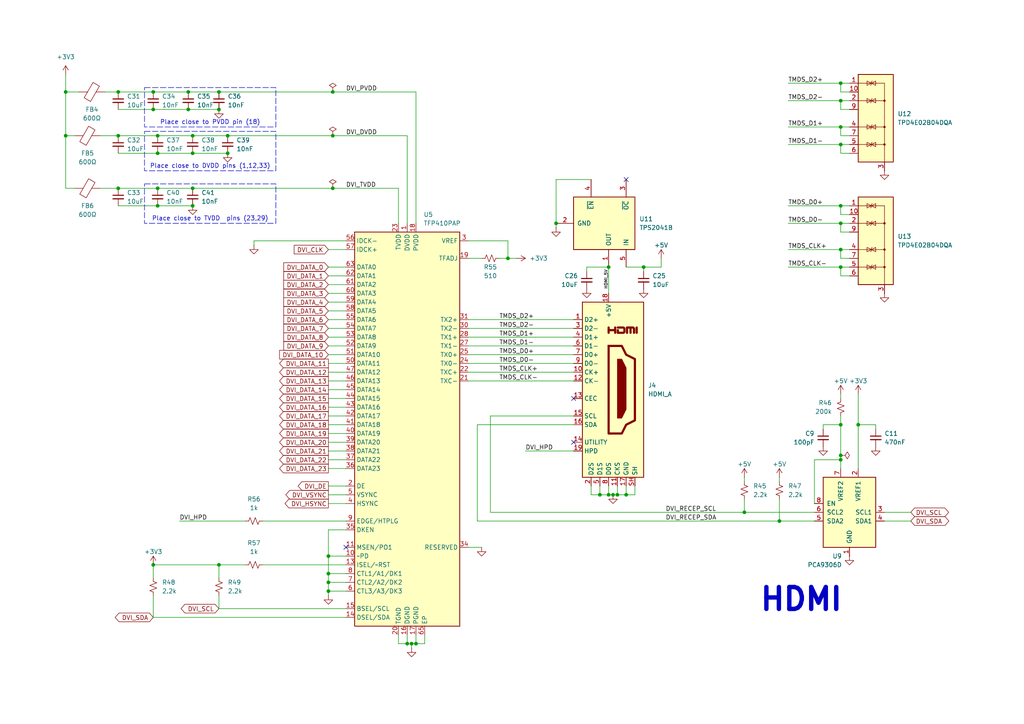
<source format=kicad_sch>
(kicad_sch (version 20231120) (generator "eeschema") (generator_version "8.0")
  (paper "A4")
  (junction (at 34.29 54.61))
  (junction (at 95.25 168.91))
  (junction (at 55.88 59.69))
  (junction (at 243.84 77.47))
  (junction (at 63.5 163.83))
  (junction (at 19.05 39.37))
  (junction (at 176.53 77.47))
  (junction (at 95.25 161.29))
  (junction (at 118.11 186.69))
  (junction (at 45.72 39.37))
  (junction (at 215.9 148.59))
  (junction (at 44.45 26.67))
  (junction (at 63.5 31.75))
  (junction (at 44.45 163.83))
  (junction (at 243.84 64.77))
  (junction (at 96.52 54.61))
  (junction (at 243.84 24.13))
  (junction (at 45.72 54.61))
  (junction (at 55.88 44.45))
  (junction (at 243.84 41.91))
  (junction (at 66.04 39.37))
  (junction (at 96.52 26.67))
  (junction (at 45.72 59.69))
  (junction (at 95.25 171.45))
  (junction (at 243.84 123.19))
  (junction (at 243.84 72.39))
  (junction (at 54.61 31.75))
  (junction (at 161.29 64.77))
  (junction (at 243.84 36.83))
  (junction (at 179.07 143.51))
  (junction (at 19.05 26.67))
  (junction (at 186.69 77.47))
  (junction (at 243.84 59.69))
  (junction (at 55.88 39.37))
  (junction (at 96.52 39.37))
  (junction (at 181.61 143.51))
  (junction (at 95.25 166.37))
  (junction (at 226.06 151.13))
  (junction (at 66.04 44.45))
  (junction (at 34.29 26.67))
  (junction (at 147.32 74.93))
  (junction (at 63.5 26.67))
  (junction (at 243.84 133.35))
  (junction (at 55.88 54.61))
  (junction (at 44.45 31.75))
  (junction (at 176.53 143.51))
  (junction (at 45.72 44.45))
  (junction (at 120.65 186.69))
  (junction (at 177.8 143.51))
  (junction (at 173.99 143.51))
  (junction (at 54.61 26.67))
  (junction (at 243.84 29.21))
  (junction (at 119.38 186.69))
  (junction (at 243.84 132.08))
  (junction (at 248.92 123.19))
  (junction (at 34.29 39.37))
  (no_connect (at 181.61 52.07))
  (no_connect (at 100.33 158.75))
  (no_connect (at 166.37 115.57))
  (no_connect (at 166.37 128.27))
  (wire (pts (xy 191.77 77.47) (xy 186.69 77.47)))
  (wire (pts (xy 170.18 77.47) (xy 176.53 77.47)))
  (wire (pts (xy 52.07 151.13) (xy 71.12 151.13)))
  (wire (pts (xy 63.5 167.64) (xy 63.5 163.83)))
  (wire (pts (xy 179.07 140.97) (xy 179.07 143.51)))
  (wire (pts (xy 135.89 100.33) (xy 166.37 100.33)))
  (wire (pts (xy 243.84 44.45) (xy 246.38 44.45)))
  (wire (pts (xy 96.52 26.67) (xy 120.65 26.67)))
  (wire (pts (xy 138.43 123.19) (xy 138.43 151.13)))
  (wire (pts (xy 228.6 41.91) (xy 243.84 41.91)))
  (wire (pts (xy 45.72 44.45) (xy 55.88 44.45)))
  (wire (pts (xy 228.6 29.21) (xy 243.84 29.21)))
  (wire (pts (xy 29.21 54.61) (xy 34.29 54.61)))
  (wire (pts (xy 147.32 74.93) (xy 144.78 74.93)))
  (wire (pts (xy 135.89 97.79) (xy 166.37 97.79)))
  (wire (pts (xy 119.38 186.69) (xy 120.65 186.69)))
  (wire (pts (xy 246.38 26.67) (xy 243.84 26.67)))
  (wire (pts (xy 118.11 39.37) (xy 118.11 64.77)))
  (wire (pts (xy 243.84 41.91) (xy 246.38 41.91)))
  (wire (pts (xy 236.22 146.05) (xy 236.22 133.35)))
  (wire (pts (xy 95.25 110.49) (xy 100.33 110.49)))
  (wire (pts (xy 186.69 77.47) (xy 181.61 77.47)))
  (wire (pts (xy 215.9 144.78) (xy 215.9 148.59)))
  (wire (pts (xy 95.25 171.45) (xy 95.25 168.91)))
  (wire (pts (xy 181.61 143.51) (xy 179.07 143.51)))
  (wire (pts (xy 149.86 74.93) (xy 147.32 74.93)))
  (wire (pts (xy 191.77 74.93) (xy 191.77 77.47)))
  (wire (pts (xy 135.89 107.95) (xy 166.37 107.95)))
  (wire (pts (xy 243.84 123.19) (xy 243.84 132.08)))
  (wire (pts (xy 95.25 153.67) (xy 95.25 161.29)))
  (wire (pts (xy 118.11 186.69) (xy 119.38 186.69)))
  (wire (pts (xy 171.45 52.07) (xy 161.29 52.07)))
  (wire (pts (xy 95.25 115.57) (xy 100.33 115.57)))
  (wire (pts (xy 142.24 120.65) (xy 166.37 120.65)))
  (wire (pts (xy 135.89 105.41) (xy 166.37 105.41)))
  (wire (pts (xy 44.45 167.64) (xy 44.45 163.83)))
  (wire (pts (xy 95.25 113.03) (xy 100.33 113.03)))
  (wire (pts (xy 19.05 39.37) (xy 21.59 39.37)))
  (wire (pts (xy 44.45 179.07) (xy 100.33 179.07)))
  (wire (pts (xy 45.72 59.69) (xy 55.88 59.69)))
  (wire (pts (xy 95.25 72.39) (xy 100.33 72.39)))
  (wire (pts (xy 152.4 130.81) (xy 166.37 130.81)))
  (wire (pts (xy 171.45 143.51) (xy 173.99 143.51)))
  (wire (pts (xy 95.25 135.89) (xy 100.33 135.89)))
  (wire (pts (xy 19.05 21.59) (xy 19.05 26.67)))
  (wire (pts (xy 55.88 54.61) (xy 96.52 54.61)))
  (wire (pts (xy 95.25 130.81) (xy 100.33 130.81)))
  (wire (pts (xy 73.66 71.12) (xy 73.66 69.85)))
  (wire (pts (xy 95.25 125.73) (xy 100.33 125.73)))
  (wire (pts (xy 246.38 39.37) (xy 243.84 39.37)))
  (wire (pts (xy 170.18 77.47) (xy 170.18 78.74)))
  (wire (pts (xy 181.61 140.97) (xy 181.61 143.51)))
  (wire (pts (xy 243.84 120.65) (xy 243.84 123.19)))
  (wire (pts (xy 19.05 54.61) (xy 19.05 39.37)))
  (wire (pts (xy 95.25 172.72) (xy 95.25 171.45)))
  (wire (pts (xy 115.57 186.69) (xy 118.11 186.69)))
  (wire (pts (xy 248.92 123.19) (xy 248.92 135.89)))
  (wire (pts (xy 228.6 64.77) (xy 243.84 64.77)))
  (wire (pts (xy 44.45 163.83) (xy 63.5 163.83)))
  (wire (pts (xy 243.84 132.08) (xy 243.84 133.35)))
  (wire (pts (xy 138.43 123.19) (xy 166.37 123.19)))
  (wire (pts (xy 215.9 138.43) (xy 215.9 139.7)))
  (wire (pts (xy 246.38 80.01) (xy 243.84 80.01)))
  (wire (pts (xy 66.04 39.37) (xy 96.52 39.37)))
  (wire (pts (xy 95.25 92.71) (xy 100.33 92.71)))
  (wire (pts (xy 95.25 143.51) (xy 100.33 143.51)))
  (wire (pts (xy 243.84 74.93) (xy 243.84 72.39)))
  (wire (pts (xy 243.84 39.37) (xy 243.84 36.83)))
  (wire (pts (xy 73.66 69.85) (xy 100.33 69.85)))
  (wire (pts (xy 95.25 133.35) (xy 100.33 133.35)))
  (wire (pts (xy 95.25 146.05) (xy 100.33 146.05)))
  (wire (pts (xy 63.5 176.53) (xy 100.33 176.53)))
  (wire (pts (xy 54.61 31.75) (xy 63.5 31.75)))
  (wire (pts (xy 96.52 39.37) (xy 118.11 39.37)))
  (wire (pts (xy 139.7 74.93) (xy 135.89 74.93)))
  (wire (pts (xy 95.25 168.91) (xy 100.33 168.91)))
  (wire (pts (xy 30.48 26.67) (xy 34.29 26.67)))
  (wire (pts (xy 45.72 39.37) (xy 55.88 39.37)))
  (wire (pts (xy 95.25 97.79) (xy 100.33 97.79)))
  (wire (pts (xy 243.84 133.35) (xy 243.84 135.89)))
  (wire (pts (xy 243.84 31.75) (xy 243.84 29.21)))
  (wire (pts (xy 264.16 151.13) (xy 256.54 151.13)))
  (wire (pts (xy 44.45 26.67) (xy 54.61 26.67)))
  (wire (pts (xy 246.38 62.23) (xy 243.84 62.23)))
  (wire (pts (xy 173.99 140.97) (xy 173.99 143.51)))
  (wire (pts (xy 135.89 95.25) (xy 166.37 95.25)))
  (wire (pts (xy 123.19 186.69) (xy 123.19 184.15)))
  (wire (pts (xy 45.72 54.61) (xy 55.88 54.61)))
  (wire (pts (xy 95.25 107.95) (xy 100.33 107.95)))
  (wire (pts (xy 238.76 123.19) (xy 238.76 124.46)))
  (wire (pts (xy 226.06 138.43) (xy 226.06 139.7)))
  (wire (pts (xy 226.06 151.13) (xy 236.22 151.13)))
  (wire (pts (xy 119.38 187.96) (xy 119.38 186.69)))
  (wire (pts (xy 243.84 24.13) (xy 246.38 24.13)))
  (wire (pts (xy 243.84 67.31) (xy 243.84 64.77)))
  (wire (pts (xy 228.6 36.83) (xy 243.84 36.83)))
  (wire (pts (xy 228.6 77.47) (xy 243.84 77.47)))
  (wire (pts (xy 135.89 92.71) (xy 166.37 92.71)))
  (wire (pts (xy 228.6 72.39) (xy 243.84 72.39)))
  (wire (pts (xy 176.53 77.47) (xy 176.53 85.09)))
  (wire (pts (xy 243.84 80.01) (xy 243.84 77.47)))
  (wire (pts (xy 95.25 171.45) (xy 100.33 171.45)))
  (wire (pts (xy 243.84 36.83) (xy 246.38 36.83)))
  (wire (pts (xy 95.25 102.87) (xy 100.33 102.87)))
  (wire (pts (xy 161.29 52.07) (xy 161.29 64.77)))
  (wire (pts (xy 44.45 31.75) (xy 54.61 31.75)))
  (wire (pts (xy 29.21 39.37) (xy 34.29 39.37)))
  (wire (pts (xy 95.25 77.47) (xy 100.33 77.47)))
  (wire (pts (xy 95.25 118.11) (xy 100.33 118.11)))
  (wire (pts (xy 243.84 26.67) (xy 243.84 24.13)))
  (wire (pts (xy 19.05 54.61) (xy 21.59 54.61)))
  (wire (pts (xy 243.84 72.39) (xy 246.38 72.39)))
  (wire (pts (xy 142.24 148.59) (xy 215.9 148.59)))
  (wire (pts (xy 228.6 59.69) (xy 243.84 59.69)))
  (wire (pts (xy 34.29 59.69) (xy 45.72 59.69)))
  (wire (pts (xy 243.84 115.57) (xy 243.84 114.3)))
  (wire (pts (xy 246.38 67.31) (xy 243.84 67.31)))
  (wire (pts (xy 176.53 143.51) (xy 177.8 143.51)))
  (wire (pts (xy 118.11 186.69) (xy 118.11 184.15)))
  (wire (pts (xy 95.25 80.01) (xy 100.33 80.01)))
  (wire (pts (xy 34.29 26.67) (xy 44.45 26.67)))
  (wire (pts (xy 120.65 186.69) (xy 120.65 184.15)))
  (wire (pts (xy 243.84 62.23) (xy 243.84 59.69)))
  (wire (pts (xy 95.25 140.97) (xy 100.33 140.97)))
  (wire (pts (xy 95.25 87.63) (xy 100.33 87.63)))
  (wire (pts (xy 139.7 158.75) (xy 135.89 158.75)))
  (wire (pts (xy 95.25 82.55) (xy 100.33 82.55)))
  (wire (pts (xy 254 123.19) (xy 254 124.46)))
  (wire (pts (xy 243.84 59.69) (xy 246.38 59.69)))
  (wire (pts (xy 243.84 41.91) (xy 243.84 44.45)))
  (wire (pts (xy 135.89 69.85) (xy 147.32 69.85)))
  (wire (pts (xy 34.29 31.75) (xy 44.45 31.75)))
  (wire (pts (xy 76.2 151.13) (xy 100.33 151.13)))
  (wire (pts (xy 76.2 163.83) (xy 100.33 163.83)))
  (wire (pts (xy 95.25 100.33) (xy 100.33 100.33)))
  (wire (pts (xy 96.52 54.61) (xy 115.57 54.61)))
  (wire (pts (xy 95.25 166.37) (xy 100.33 166.37)))
  (wire (pts (xy 179.07 143.51) (xy 177.8 143.51)))
  (wire (pts (xy 243.84 64.77) (xy 246.38 64.77)))
  (wire (pts (xy 171.45 140.97) (xy 171.45 143.51)))
  (wire (pts (xy 142.24 148.59) (xy 142.24 120.65)))
  (wire (pts (xy 95.25 90.17) (xy 100.33 90.17)))
  (wire (pts (xy 184.15 143.51) (xy 181.61 143.51)))
  (wire (pts (xy 226.06 144.78) (xy 226.06 151.13)))
  (wire (pts (xy 115.57 54.61) (xy 115.57 64.77)))
  (wire (pts (xy 176.53 140.97) (xy 176.53 143.51)))
  (wire (pts (xy 95.25 85.09) (xy 100.33 85.09)))
  (wire (pts (xy 248.92 114.3) (xy 248.92 123.19)))
  (wire (pts (xy 55.88 44.45) (xy 66.04 44.45)))
  (wire (pts (xy 54.61 26.67) (xy 63.5 26.67)))
  (wire (pts (xy 138.43 151.13) (xy 226.06 151.13)))
  (wire (pts (xy 236.22 133.35) (xy 243.84 133.35)))
  (wire (pts (xy 95.25 128.27) (xy 100.33 128.27)))
  (wire (pts (xy 246.38 74.93) (xy 243.84 74.93)))
  (wire (pts (xy 63.5 176.53) (xy 63.5 172.72)))
  (wire (pts (xy 95.25 166.37) (xy 95.25 168.91)))
  (wire (pts (xy 95.25 161.29) (xy 100.33 161.29)))
  (wire (pts (xy 186.69 78.74) (xy 186.69 77.47)))
  (wire (pts (xy 243.84 123.19) (xy 238.76 123.19)))
  (wire (pts (xy 246.38 31.75) (xy 243.84 31.75)))
  (wire (pts (xy 243.84 77.47) (xy 246.38 77.47)))
  (wire (pts (xy 19.05 39.37) (xy 19.05 26.67)))
  (wire (pts (xy 173.99 143.51) (xy 176.53 143.51)))
  (wire (pts (xy 115.57 186.69) (xy 115.57 184.15)))
  (wire (pts (xy 135.89 102.87) (xy 166.37 102.87)))
  (wire (pts (xy 34.29 39.37) (xy 45.72 39.37)))
  (wire (pts (xy 34.29 54.61) (xy 45.72 54.61)))
  (wire (pts (xy 95.25 153.67) (xy 100.33 153.67)))
  (wire (pts (xy 63.5 163.83) (xy 71.12 163.83)))
  (wire (pts (xy 120.65 26.67) (xy 120.65 64.77)))
  (wire (pts (xy 34.29 44.45) (xy 45.72 44.45)))
  (wire (pts (xy 243.84 29.21) (xy 246.38 29.21)))
  (wire (pts (xy 95.25 161.29) (xy 95.25 166.37)))
  (wire (pts (xy 55.88 39.37) (xy 66.04 39.37)))
  (wire (pts (xy 63.5 26.67) (xy 96.52 26.67)))
  (wire (pts (xy 135.89 110.49) (xy 166.37 110.49)))
  (wire (pts (xy 95.25 95.25) (xy 100.33 95.25)))
  (wire (pts (xy 147.32 69.85) (xy 147.32 74.93)))
  (wire (pts (xy 19.05 26.67) (xy 22.86 26.67)))
  (wire (pts (xy 120.65 186.69) (xy 123.19 186.69)))
  (wire (pts (xy 184.15 140.97) (xy 184.15 143.51)))
  (wire (pts (xy 95.25 123.19) (xy 100.33 123.19)))
  (wire (pts (xy 254 123.19) (xy 248.92 123.19)))
  (wire (pts (xy 95.25 120.65) (xy 100.33 120.65)))
  (wire (pts (xy 228.6 24.13) (xy 243.84 24.13)))
  (wire (pts (xy 95.25 105.41) (xy 100.33 105.41)))
  (wire (pts (xy 264.16 148.59) (xy 256.54 148.59)))
  (wire (pts (xy 215.9 148.59) (xy 236.22 148.59)))
  (wire (pts (xy 44.45 172.72) (xy 44.45 179.07)))
  (wire (pts (xy 161.29 66.04) (xy 161.29 64.77)))
  (rectangle (start 41.91 38.1) (end 80.01 49.53) (stroke (width 0) (type dash)))
  (rectangle (start 41.91 25.4) (end 80.01 36.83) (stroke (width 0) (type dash)))
  (rectangle (start 41.91 53.34) (end 80.01 64.77) (stroke (width 0) (type dash)))
  (text "HDMI" (at 232.41 173.99 0) (effects (font (size 6.35 6.35) (bold yes))))
  (text "Place close to DVDD pins (1,12,33)" (at 60.96 48.26 0) (effects (font (size 1.27 1.27))))
  (text "Place close to TVDD  pins (23,29)" (at 60.96 63.5 0) (effects (font (size 1.27 1.27))))
  (text "Place close to PVDD pin (18)" (at 60.96 35.56 0) (effects (font (size 1.27 1.27))))
  (label "TMDS_D2+" (at 144.78 92.71 0))
  (label "TMDS_D2-" (at 144.78 95.25 0))
  (label "TMDS_D2-" (at 228.6 29.21 0))
  (label "TMDS_D1-" (at 144.78 100.33 0))
  (label "TMDS_D0+" (at 144.78 102.87 0))
  (label "TMDS_CLK+" (at 144.78 107.95 0))
  (label "TMDS_CLK-" (at 144.78 110.49 0))
  (label "TMDS_D2+" (at 228.6 24.13 0))
  (label "DVI_HPD" (at 52.07 151.13 0))
  (label "TMDS_D0+" (at 228.6 59.69 0))
  (label "HDMI_5V" (at 176.53 83.82 90) (effects (font (size 0.889 0.889))))
  (label "TMDS_D0-" (at 144.78 105.41 0))
  (label "TMDS_D1+" (at 144.78 97.79 0))
  (label "DVI_PVDD" (at 100.33 26.67 0))
  (label "TMDS_D1-" (at 228.6 41.91 0))
  (label "DVI_HPD" (at 152.4 130.81 0))
  (label "TMDS_D0-" (at 228.6 64.77 0))
  (label "TMDS_CLK+" (at 228.6 72.39 0))
  (label "TMDS_CLK-" (at 228.6 77.47 0))
  (label "DVI_RECEP_SCL" (at 193.04 148.59 0))
  (label "TMDS_D1+" (at 228.6 36.83 0))
  (label "DVI_DVDD" (at 100.33 39.37 0))
  (label "DVI_RECEP_SDA" (at 193.04 151.13 0))
  (label "DVI_TVDD" (at 100.33 54.61 0))
  (global_label "DVI_DATA_21" (shape output) (at 95.25 130.81 180) (property "Intersheetrefs" "${INTERSHEET_REFS}" (effects (hide yes))))
  (global_label "DVI_DATA_15" (shape output) (at 95.25 115.57 180) (property "Intersheetrefs" "${INTERSHEET_REFS}" (effects (hide yes))))
  (global_label "DVI_DATA_0" (shape input) (at 95.25 77.47 180) (property "Intersheetrefs" "${INTERSHEET_REFS}" (effects (hide yes))))
  (global_label "DVI_DATA_2" (shape input) (at 95.25 82.55 180) (property "Intersheetrefs" "${INTERSHEET_REFS}" (effects (hide yes))))
  (global_label "DVI_DATA_14" (shape output) (at 95.25 113.03 180) (property "Intersheetrefs" "${INTERSHEET_REFS}" (effects (hide yes))))
  (global_label "DVI_DATA_22" (shape output) (at 95.25 133.35 180) (property "Intersheetrefs" "${INTERSHEET_REFS}" (effects (hide yes))))
  (global_label "DVI_DATA_16" (shape output) (at 95.25 118.11 180) (property "Intersheetrefs" "${INTERSHEET_REFS}" (effects (hide yes))))
  (global_label "DVI_DATA_6" (shape input) (at 95.25 92.71 180) (property "Intersheetrefs" "${INTERSHEET_REFS}" (effects (hide yes))))
  (global_label "DVI_CLK" (shape input) (at 95.25 72.39 180) (property "Intersheetrefs" "${INTERSHEET_REFS}" (effects (hide yes))))
  (global_label "DVI_DATA_18" (shape output) (at 95.25 123.19 180) (property "Intersheetrefs" "${INTERSHEET_REFS}" (effects (hide yes))))
  (global_label "DVI_SDA" (shape bidirectional) (at 264.16 151.13 0) (property "Intersheetrefs" "${INTERSHEET_REFS}" (effects (hide yes))))
  (global_label "DVI_DATA_11" (shape output) (at 95.25 105.41 180) (property "Intersheetrefs" "${INTERSHEET_REFS}" (effects (hide yes))))
  (global_label "DVI_SDA" (shape bidirectional) (at 44.45 179.07 180) (property "Intersheetrefs" "${INTERSHEET_REFS}" (effects (hide yes))))
  (global_label "DVI_DATA_5" (shape input) (at 95.25 90.17 180) (property "Intersheetrefs" "${INTERSHEET_REFS}" (effects (hide yes))))
  (global_label "DVI_DATA_4" (shape input) (at 95.25 87.63 180) (property "Intersheetrefs" "${INTERSHEET_REFS}" (effects (hide yes))))
  (global_label "DVI_DE" (shape output) (at 95.25 140.97 180) (property "Intersheetrefs" "${INTERSHEET_REFS}" (effects (hide yes))))
  (global_label "DVI_SCL" (shape bidirectional) (at 264.16 148.59 0) (property "Intersheetrefs" "${INTERSHEET_REFS}" (effects (hide yes))))
  (global_label "DVI_DATA_23" (shape output) (at 95.25 135.89 180) (property "Intersheetrefs" "${INTERSHEET_REFS}" (effects (hide yes))))
  (global_label "DVI_DATA_3" (shape input) (at 95.25 85.09 180) (property "Intersheetrefs" "${INTERSHEET_REFS}" (effects (hide yes))))
  (global_label "DVI_DATA_13" (shape output) (at 95.25 110.49 180) (property "Intersheetrefs" "${INTERSHEET_REFS}" (effects (hide yes))))
  (global_label "DVI_DATA_10" (shape input) (at 95.25 102.87 180) (property "Intersheetrefs" "${INTERSHEET_REFS}" (effects (hide yes))))
  (global_label "DVI_DATA_1" (shape input) (at 95.25 80.01 180) (property "Intersheetrefs" "${INTERSHEET_REFS}" (effects (hide yes))))
  (global_label "DVI_DATA_17" (shape output) (at 95.25 120.65 180) (property "Intersheetrefs" "${INTERSHEET_REFS}" (effects (hide yes))))
  (global_label "DVI_DATA_7" (shape input) (at 95.25 95.25 180) (property "Intersheetrefs" "${INTERSHEET_REFS}" (effects (hide yes))))
  (global_label "DVI_DATA_20" (shape output) (at 95.25 128.27 180) (property "Intersheetrefs" "${INTERSHEET_REFS}" (effects (hide yes))))
  (global_label "DVI_VSYNC" (shape output) (at 95.25 143.51 180) (property "Intersheetrefs" "${INTERSHEET_REFS}" (effects (hide yes))))
  (global_label "DVI_DATA_19" (shape output) (at 95.25 125.73 180) (property "Intersheetrefs" "${INTERSHEET_REFS}" (effects (hide yes))))
  (global_label "DVI_DATA_9" (shape input) (at 95.25 100.33 180) (property "Intersheetrefs" "${INTERSHEET_REFS}" (effects (hide yes))))
  (global_label "DVI_HSYNC" (shape output) (at 95.25 146.05 180) (property "Intersheetrefs" "${INTERSHEET_REFS}" (effects (hide yes))))
  (global_label "DVI_SCL" (shape bidirectional) (at 63.5 176.53 180) (property "Intersheetrefs" "${INTERSHEET_REFS}" (effects (hide yes))))
  (global_label "DVI_DATA_8" (shape input) (at 95.25 97.79 180) (property "Intersheetrefs" "${INTERSHEET_REFS}" (effects (hide yes))))
  (global_label "DVI_DATA_12" (shape output) (at 95.25 107.95 180) (property "Intersheetrefs" "${INTERSHEET_REFS}" (effects (hide yes))))
  (symbol (lib_id "Device:R_Small_US") (at 215.9 142.24 0) (unit 1)
    (property "Reference" "R45" (at 218.44 140.9699 0) (effects (justify left)))
    (property "Value" "2.2k" (at 218.44 143.5099 0) (effects (justify left)))
    (property "Footprint" "PCM_Resistor_SMD_AKL:R_0805_2012Metric_Pad1.15x1.40mm_HandSolder" (effects (hide yes)))
    (property "Datasheet" "https://www.yageo.com/upload/media/product/products/datasheet/rchip/PYu-RC_Group_51_RoHS_L_12.pdf" (effects (hide yes)))
    (property "Description" "Resistor, small US symbol" (effects (hide yes)))
    (property "Digikey" "https://www.digikey.com/en/products/detail/yageo/RC0805FR-072K2L/727676" (effects (hide yes)))
    (property "Mfgr" "YAGEO" (effects (hide yes)))
    (property "MPN" "RC0805FR-072K2L" (effects (hide yes)))
  )
  (symbol (lib_id "Video:TFP410PAP") (at 118.11 123.19 0) (unit 1)
    (property "Reference" "U5" (at 122.8441 62.23 0) (effects (justify left)))
    (property "Value" "TFP410PAP" (at 122.8441 64.77 0) (effects (justify left)))
    (property "Footprint" "Package_QFP:HTQFP-64-1EP_10x10mm_P0.5mm_EP8x8mm_Mask4.4x4.4mm_ThermalVias" (effects (hide yes)))
    (property "Datasheet" "http://www.ti.com/lit/ds/symlink/tfp410.pdf" (effects (hide yes)))
    (property "Description" "Digital Visual Interface Compliant PanelBus Digital Transmitter, HTQFP-64" (effects (hide yes)))
    (property "Mfgr" "TI" (effects (hide yes)))
    (property "MPN" "TFP410PAP" (effects (hide yes)))
    (property "Digikey" "https://www.digikey.com/en/products/detail/texas-instruments/TFP410PAP/454241" (effects (hide yes)))
  )
  (symbol (lib_id "power:+3V3") (at 248.92 114.3 0) (unit 1)
    (property "Reference" "#PWR075" (effects (hide yes)))
    (property "Value" "+3V3" (at 248.92 110.49 0))
    (property "Description" "Power symbol creates a global label with name \"+3V3\"" (effects (hide yes)))
  )
  (symbol (lib_id "power:GND") (at 177.8 143.51 0) (unit 1)
    (property "Reference" "#PWR080" (effects (hide yes)))
    (property "Value" "GND" (effects (hide yes)))
    (property "Description" "Power symbol creates a global label with name \"GND\" , ground" (effects (hide yes)))
  )
  (symbol (lib_id "power:GND") (at 246.38 161.29 0) (unit 1)
    (property "Reference" "#PWR081" (effects (hide yes)))
    (property "Value" "GND" (effects (hide yes)))
    (property "Description" "Power symbol creates a global label with name \"GND\" , ground" (effects (hide yes)))
  )
  (symbol (lib_id "Device:C_Small") (at 186.69 81.28 0) (unit 1)
    (property "Reference" "C25" (at 189.23 80.0162 0) (effects (justify left)))
    (property "Value" "10uF" (at 189.23 82.5562 0) (effects (justify left)))
    (property "Footprint" "Capacitor_SMD:C_0805_2012Metric_Pad1.18x1.45mm_HandSolder" (effects (hide yes)))
    (property "Datasheet" "https://www.yageo.com/upload/media/product/app/datasheet/mlcc/upy-gphc_x5r_4v-to-50v.pdf" (effects (hide yes)))
    (property "Description" "Unpolarized capacitor, small symbol" (effects (hide yes)))
    (property "Digikey" "https://www.digikey.com/en/products/detail/yageo/CC0805KKX5R8BB106/5195275" (effects (hide yes)))
    (property "Mfgr" "YAGEO" (effects (hide yes)))
    (property "MPN" "CC0805KKX5R8BB106" (effects (hide yes)))
  )
  (symbol (lib_id "Device:R_Small_US") (at 63.5 170.18 0) (unit 1)
    (property "Reference" "R49" (at 66.04 168.9099 0) (effects (justify left)))
    (property "Value" "2.2k" (at 66.04 171.4499 0) (effects (justify left)))
    (property "Footprint" "PCM_Resistor_SMD_AKL:R_0805_2012Metric_Pad1.15x1.40mm_HandSolder" (effects (hide yes)))
    (property "Datasheet" "https://www.yageo.com/upload/media/product/products/datasheet/rchip/PYu-RC_Group_51_RoHS_L_12.pdf" (effects (hide yes)))
    (property "Description" "Resistor, small US symbol" (effects (hide yes)))
    (property "Digikey" "https://www.digikey.com/en/products/detail/yageo/RC0805FR-072K2L/727676" (effects (hide yes)))
    (property "Mfgr" "YAGEO" (effects (hide yes)))
    (property "MPN" "RC0805FR-072K2L" (effects (hide yes)))
  )
  (symbol (lib_id "Device:R_Small_US") (at 44.45 170.18 0) (unit 1)
    (property "Reference" "R48" (at 46.99 168.9099 0) (effects (justify left)))
    (property "Value" "2.2k" (at 46.99 171.4499 0) (effects (justify left)))
    (property "Footprint" "PCM_Resistor_SMD_AKL:R_0805_2012Metric_Pad1.15x1.40mm_HandSolder" (effects (hide yes)))
    (property "Datasheet" "https://www.yageo.com/upload/media/product/products/datasheet/rchip/PYu-RC_Group_51_RoHS_L_12.pdf" (effects (hide yes)))
    (property "Description" "Resistor, small US symbol" (effects (hide yes)))
    (property "Digikey" "https://www.digikey.com/en/products/detail/yageo/RC0805FR-072K2L/727676" (effects (hide yes)))
    (property "Mfgr" "YAGEO" (effects (hide yes)))
    (property "MPN" "RC0805FR-072K2L" (effects (hide yes)))
  )
  (symbol (lib_id "Device:C_Small") (at 34.29 29.21 0) (unit 1)
    (property "Reference" "C31" (at 36.83 27.9462 0) (effects (justify left)))
    (property "Value" "10uF" (at 36.83 30.4862 0) (effects (justify left)))
    (property "Footprint" "Capacitor_SMD:C_0805_2012Metric_Pad1.18x1.45mm_HandSolder" (effects (hide yes)))
    (property "Datasheet" "https://www.yageo.com/upload/media/product/app/datasheet/mlcc/upy-gphc_x5r_4v-to-50v.pdf" (effects (hide yes)))
    (property "Description" "Unpolarized capacitor, small symbol" (effects (hide yes)))
    (property "Digikey" "https://www.digikey.com/en/products/detail/yageo/CC0805KKX5R8BB106/5195275" (effects (hide yes)))
    (property "Mfgr" "YAGEO" (effects (hide yes)))
    (property "MPN" "CC0805KKX5R8BB106" (effects (hide yes)))
  )
  (symbol (lib_id "Device:C_Small") (at 54.61 29.21 0) (unit 1)
    (property "Reference" "C35" (at 57.15 27.9462 0) (effects (justify left)))
    (property "Value" "10nF" (at 57.15 30.4862 0) (effects (justify left)))
    (property "Footprint" "Capacitor_SMD:C_0805_2012Metric_Pad1.18x1.45mm_HandSolder" (effects (hide yes)))
    (property "Datasheet" "https://www.yageo.com/upload/media/product/productsearch/datasheet/mlcc/UPY-GPHC_X7R_6.3V-to-250V_24.pdf" (effects (hide yes)))
    (property "Description" "Unpolarized capacitor, small symbol" (effects (hide yes)))
    (property "Digikey" "https://www.digikey.com/en/products/detail/yageo/CC0805KRX7R9BB103/302870" (effects (hide yes)))
    (property "Mfgr" "YAGEO" (effects (hide yes)))
    (property "MPN" "CC0805KRX7R9BB103" (effects (hide yes)))
  )
  (symbol (lib_id "power:PWR_FLAG") (at 96.52 26.67 0) (unit 1)
    (property "Reference" "#FLG08" (effects (hide yes)))
    (property "Value" "PWR_FLAG" (effects (hide yes)))
    (property "Description" "Special symbol for telling ERC where power comes from" (effects (hide yes)))
  )
  (symbol (lib_id "power:+3V3") (at 149.86 74.93 270) (unit 1)
    (property "Reference" "#PWR024" (effects (hide yes)))
    (property "Value" "+3V3" (at 156.21 74.93 90))
    (property "Description" "Power symbol creates a global label with name \"+3V3\"" (effects (hide yes)))
  )
  (symbol (lib_id "power:GND") (at 170.18 83.82 0) (unit 1)
    (property "Reference" "#PWR084" (effects (hide yes)))
    (property "Value" "GND" (effects (hide yes)))
    (property "Description" "Power symbol creates a global label with name \"GND\" , ground" (effects (hide yes)))
  )
  (symbol (lib_id "Power_Management:TPS2041B") (at 176.53 64.77 270) (unit 1)
    (property "Reference" "U11" (at 185.42 63.4999 90) (effects (justify left)))
    (property "Value" "TPS2041B" (at 185.42 66.0399 90) (effects (justify left)))
    (property "Footprint" "Package_TO_SOT_SMD:SOT-23-5" (effects (hide yes)))
    (property "Datasheet" "http://www.ti.com/lit/ds/symlink/tps2041.pdf" (effects (hide yes)))
    (property "Description" "Single power-distribution switcher" (effects (hide yes)))
    (property "Digikey" "https://www.digikey.com/en/products/detail/texas-instruments/TPS2041BDBVR/1219920" (effects (hide yes)))
    (property "Mfgr" "TI" (effects (hide yes)))
    (property "MPN" "TPS2041BDBVR" (effects (hide yes)))
  )
  (symbol (lib_id "power:+5V") (at 191.77 74.93 0) (unit 1)
    (property "Reference" "#PWR083" (effects (hide yes)))
    (property "Value" "+5V" (at 191.77 71.12 0))
    (property "Description" "Power symbol creates a global label with name \"+5V\"" (effects (hide yes)))
  )
  (symbol (lib_id "power:GND") (at 256.54 85.09 0) (unit 1)
    (property "Reference" "#PWR087" (effects (hide yes)))
    (property "Value" "GND" (effects (hide yes)))
    (property "Description" "Power symbol creates a global label with name \"GND\" , ground" (effects (hide yes)))
  )
  (symbol (lib_id "power:GND") (at 139.7 158.75 0) (unit 1)
    (property "Reference" "#PWR023" (effects (hide yes)))
    (property "Value" "GND" (effects (hide yes)))
    (property "Description" "Power symbol creates a global label with name \"GND\" , ground" (effects (hide yes)))
  )
  (symbol (lib_id "Device:R_Small_US") (at 226.06 142.24 0) (unit 1)
    (property "Reference" "R47" (at 228.6 140.9699 0) (effects (justify left)))
    (property "Value" "2.2k" (at 228.6 143.5099 0) (effects (justify left)))
    (property "Footprint" "PCM_Resistor_SMD_AKL:R_0805_2012Metric_Pad1.15x1.40mm_HandSolder" (effects (hide yes)))
    (property "Datasheet" "https://www.yageo.com/upload/media/product/products/datasheet/rchip/PYu-RC_Group_51_RoHS_L_12.pdf" (effects (hide yes)))
    (property "Description" "Resistor, small US symbol" (effects (hide yes)))
    (property "Digikey" "https://www.digikey.com/en/products/detail/yageo/RC0805FR-072K2L/727676" (effects (hide yes)))
    (property "Mfgr" "YAGEO" (effects (hide yes)))
    (property "MPN" "RC0805FR-072K2L" (effects (hide yes)))
  )
  (symbol (lib_id "Device:C_Small") (at 254 127 0) (unit 1)
    (property "Reference" "C11" (at 256.54 125.7362 0) (effects (justify left)))
    (property "Value" "470nF" (at 256.54 128.2762 0) (effects (justify left)))
    (property "Footprint" "Capacitor_SMD:C_0805_2012Metric_Pad1.18x1.45mm_HandSolder" (effects (hide yes)))
    (property "Datasheet" "https://www.yageo.com/upload/media/product/productsearch/datasheet/mlcc/UPY-GPHC_X7R_6.3V-to-250V_24.pdf" (effects (hide yes)))
    (property "Description" "Unpolarized capacitor, small symbol" (effects (hide yes)))
    (property "Digikey" "https://www.digikey.com/en/products/detail/yageo/CC0805KKX7R8BB474/2103102" (effects (hide yes)))
    (property "Mfgr" "YAGEO" (effects (hide yes)))
    (property "MPN" "CC0805KKX7R8BB474" (effects (hide yes)))
  )
  (symbol (lib_id "Device:R_Small_US") (at 73.66 163.83 90) (unit 1)
    (property "Reference" "R57" (at 73.66 157.48 90))
    (property "Value" "1k" (at 73.66 160.02 90))
    (property "Footprint" "PCM_Resistor_SMD_AKL:R_0805_2012Metric_Pad1.15x1.40mm_HandSolder" (effects (hide yes)))
    (property "Datasheet" "https://www.yageo.com/upload/media/product/products/datasheet/rchip/PYu-RC_Group_51_RoHS_L_12.pdf" (effects (hide yes)))
    (property "Description" "Resistor, small US symbol" (effects (hide yes)))
    (property "Digikey" "https://www.digikey.com/en/products/detail/yageo/RC0805FR-071KL/727444" (effects (hide yes)))
    (property "Mfgr" "YAGEO" (effects (hide yes)))
    (property "MPN" "RC0805FR-071KL" (effects (hide yes)))
  )
  (symbol (lib_id "power:GND") (at 256.54 49.53 0) (unit 1)
    (property "Reference" "#PWR086" (effects (hide yes)))
    (property "Value" "GND" (effects (hide yes)))
    (property "Description" "Power symbol creates a global label with name \"GND\" , ground" (effects (hide yes)))
  )
  (symbol (lib_id "power:+3V3") (at 44.45 163.83 0) (unit 1)
    (property "Reference" "#PWR026" (effects (hide yes)))
    (property "Value" "+3V3" (at 44.45 160.02 0))
    (property "Description" "Power symbol creates a global label with name \"+3V3\"" (effects (hide yes)))
  )
  (symbol (lib_id "power:GND") (at 55.88 59.69 0) (unit 1)
    (property "Reference" "#PWR020" (effects (hide yes)))
    (property "Value" "GND" (effects (hide yes)))
    (property "Description" "Power symbol creates a global label with name \"GND\" , ground" (effects (hide yes)))
  )
  (symbol (lib_id "power:GND") (at 186.69 83.82 0) (unit 1)
    (property "Reference" "#PWR085" (effects (hide yes)))
    (property "Value" "GND" (effects (hide yes)))
    (property "Description" "Power symbol creates a global label with name \"GND\" , ground" (effects (hide yes)))
  )
  (symbol (lib_id "power:+5V") (at 226.06 138.43 0) (unit 1)
    (property "Reference" "#PWR079" (effects (hide yes)))
    (property "Value" "+5V" (at 226.06 134.62 0))
    (property "Description" "Power symbol creates a global label with name \"+5V\"" (effects (hide yes)))
  )
  (symbol (lib_id "Device:FerriteBead") (at 25.4 39.37 90) (unit 1)
    (property "Reference" "FB5" (at 25.4 44.45 90))
    (property "Value" "600Ω" (at 25.4 46.99 90))
    (property "Footprint" "Inductor_SMD:L_0603_1608Metric_Pad1.05x0.95mm_HandSolder" (effects (hide yes)))
    (property "Datasheet" "https://www.murata.com/products/productdata/8796738650142/ENFA0003.pdf" (effects (hide yes)))
    (property "Description" "Ferrite bead" (effects (hide yes)))
    (property "Digikey" "https://www.digikey.com/en/products/detail/murata-electronics/blm18rk601sn1d/1948332" (effects (hide yes)))
    (property "Mfgr" "Murata" (effects (hide yes)))
    (property "MPN" "BLM18RK601SN1D" (effects (hide yes)))
  )
  (symbol (lib_id "Device:R_Small_US") (at 142.24 74.93 90) (unit 1)
    (property "Reference" "R55" (at 142.24 77.47 90))
    (property "Value" "510" (at 142.24 80.01 90))
    (property "Footprint" "PCM_Resistor_SMD_AKL:R_0805_2012Metric_Pad1.15x1.40mm_HandSolder" (effects (hide yes)))
    (property "Datasheet" "https://www.yageo.com/upload/media/product/products/datasheet/rchip/PYu-RC_Group_51_RoHS_L_12.pdf" (effects (hide yes)))
    (property "Description" "Resistor, small US symbol" (effects (hide yes)))
    (property "Digikey" "https://www.digikey.com/en/products/detail/yageo/RC0805FR-07510RL/728016" (effects (hide yes)))
    (property "Mfgr" "YAGEO" (effects (hide yes)))
    (property "MPN" "RC0805FR-07510RL" (effects (hide yes)))
  )
  (symbol (lib_id "Power_Protection:TPD4E02B04DQA") (at 254 34.29 0) (unit 1)
    (property "Reference" "U12" (at 260.35 33.0199 0) (effects (justify left)))
    (property "Value" "TPD4E02B04DQA" (at 260.35 35.5599 0) (effects (justify left)))
    (property "Footprint" "Package_SON:USON-10_2.5x1.0mm_P0.5mm" (effects (hide yes)))
    (property "Datasheet" "http://www.ti.com/lit/ds/symlink/tpd4e02b04.pdf" (effects (hide yes)))
    (property "Description" "4-Channel ESD Protection Diode for USB Type-C and HDMI 2.0, USON-10" (effects (hide yes)))
    (property "Digikey" "https://www.digikey.com/en/products/detail/texas-instruments/TPD4E02B04DQAR/5880125" (effects (hide yes)))
    (property "Mfgr" "TI" (effects (hide yes)))
    (property "MPN" "TPD4E02B04DQAR" (effects (hide yes)))
  )
  (symbol (lib_id "Device:C_Small") (at 170.18 81.28 0) (mirror y) (unit 1)
    (property "Reference" "C26" (at 167.64 80.0162 0) (effects (justify left)))
    (property "Value" "10uF" (at 167.64 82.5562 0) (effects (justify left)))
    (property "Footprint" "Capacitor_SMD:C_0805_2012Metric_Pad1.18x1.45mm_HandSolder" (effects (hide yes)))
    (property "Datasheet" "https://www.yageo.com/upload/media/product/app/datasheet/mlcc/upy-gphc_x5r_4v-to-50v.pdf" (effects (hide yes)))
    (property "Description" "Unpolarized capacitor, small symbol" (effects (hide yes)))
    (property "Digikey" "https://www.digikey.com/en/products/detail/yageo/CC0805KKX5R8BB106/5195275" (effects (hide yes)))
    (property "Mfgr" "YAGEO" (effects (hide yes)))
    (property "MPN" "CC0805KKX5R8BB106" (effects (hide yes)))
  )
  (symbol (lib_id "power:GND") (at 161.29 66.04 0) (unit 1)
    (property "Reference" "#PWR082" (effects (hide yes)))
    (property "Value" "GND" (effects (hide yes)))
    (property "Description" "Power symbol creates a global label with name \"GND\" , ground" (effects (hide yes)))
  )
  (symbol (lib_id "power:+5V") (at 215.9 138.43 0) (unit 1)
    (property "Reference" "#PWR078" (effects (hide yes)))
    (property "Value" "+5V" (at 215.9 134.62 0))
    (property "Description" "Power symbol creates a global label with name \"+5V\"" (effects (hide yes)))
  )
  (symbol (lib_id "Device:FerriteBead") (at 26.67 26.67 90) (unit 1)
    (property "Reference" "FB4" (at 26.67 31.75 90))
    (property "Value" "600Ω" (at 26.67 34.29 90))
    (property "Footprint" "Inductor_SMD:L_0603_1608Metric_Pad1.05x0.95mm_HandSolder" (effects (hide yes)))
    (property "Datasheet" "https://www.murata.com/products/productdata/8796738650142/ENFA0003.pdf" (effects (hide yes)))
    (property "Description" "Ferrite bead" (effects (hide yes)))
    (property "Digikey" "https://www.digikey.com/en/products/detail/murata-electronics/blm18rk601sn1d/1948332" (effects (hide yes)))
    (property "Mfgr" "Murata" (effects (hide yes)))
    (property "MPN" "BLM18RK601SN1D" (effects (hide yes)))
  )
  (symbol (lib_id "power:PWR_FLAG") (at 96.52 39.37 0) (unit 1)
    (property "Reference" "#FLG07" (effects (hide yes)))
    (property "Value" "PWR_FLAG" (effects (hide yes)))
    (property "Description" "Special symbol for telling ERC where power comes from" (effects (hide yes)))
  )
  (symbol (lib_id "Device:C_Small") (at 66.04 41.91 0) (unit 1)
    (property "Reference" "C39" (at 68.58 40.6462 0) (effects (justify left)))
    (property "Value" "10nF" (at 68.58 43.1862 0) (effects (justify left)))
    (property "Footprint" "Capacitor_SMD:C_0805_2012Metric_Pad1.18x1.45mm_HandSolder" (effects (hide yes)))
    (property "Datasheet" "https://www.yageo.com/upload/media/product/productsearch/datasheet/mlcc/UPY-GPHC_X7R_6.3V-to-250V_24.pdf" (effects (hide yes)))
    (property "Description" "Unpolarized capacitor, small symbol" (effects (hide yes)))
    (property "Digikey" "https://www.digikey.com/en/products/detail/yageo/CC0805KRX7R9BB103/302870" (effects (hide yes)))
    (property "Mfgr" "YAGEO" (effects (hide yes)))
    (property "MPN" "CC0805KRX7R9BB103" (effects (hide yes)))
  )
  (symbol (lib_id "Device:C_Small") (at 45.72 41.91 0) (unit 1)
    (property "Reference" "C37" (at 48.26 40.6462 0) (effects (justify left)))
    (property "Value" "10nF" (at 48.26 43.1862 0) (effects (justify left)))
    (property "Footprint" "Capacitor_SMD:C_0805_2012Metric_Pad1.18x1.45mm_HandSolder" (effects (hide yes)))
    (property "Datasheet" "https://www.yageo.com/upload/media/product/productsearch/datasheet/mlcc/UPY-GPHC_X7R_6.3V-to-250V_24.pdf" (effects (hide yes)))
    (property "Description" "Unpolarized capacitor, small symbol" (effects (hide yes)))
    (property "Digikey" "https://www.digikey.com/en/products/detail/yageo/CC0805KRX7R9BB103/302870" (effects (hide yes)))
    (property "Mfgr" "YAGEO" (effects (hide yes)))
    (property "MPN" "CC0805KRX7R9BB103" (effects (hide yes)))
  )
  (symbol (lib_id "power:PWR_FLAG") (at 243.84 132.08 270) (unit 1)
    (property "Reference" "#FLG09" (effects (hide yes)))
    (property "Value" "PWR_FLAG" (effects (hide yes)))
    (property "Description" "Special symbol for telling ERC where power comes from" (effects (hide yes)))
  )
  (symbol (lib_id "power:GND") (at 238.76 129.54 0) (unit 1)
    (property "Reference" "#PWR076" (effects (hide yes)))
    (property "Value" "GND" (effects (hide yes)))
    (property "Description" "Power symbol creates a global label with name \"GND\" , ground" (effects (hide yes)))
  )
  (symbol (lib_id "Device:C_Small") (at 34.29 57.15 0) (unit 1)
    (property "Reference" "C33" (at 36.83 55.8862 0) (effects (justify left)))
    (property "Value" "10uF" (at 36.83 58.4262 0) (effects (justify left)))
    (property "Footprint" "Capacitor_SMD:C_0805_2012Metric_Pad1.18x1.45mm_HandSolder" (effects (hide yes)))
    (property "Datasheet" "https://www.yageo.com/upload/media/product/app/datasheet/mlcc/upy-gphc_x5r_4v-to-50v.pdf" (effects (hide yes)))
    (property "Description" "Unpolarized capacitor, small symbol" (effects (hide yes)))
    (property "Digikey" "https://www.digikey.com/en/products/detail/yageo/CC0805KKX5R8BB106/5195275" (effects (hide yes)))
    (property "Mfgr" "YAGEO" (effects (hide yes)))
    (property "MPN" "CC0805KKX5R8BB106" (effects (hide yes)))
  )
  (symbol (lib_id "power:+5V") (at 243.84 114.3 0) (unit 1)
    (property "Reference" "#PWR077" (effects (hide yes)))
    (property "Value" "+5V" (at 243.84 110.49 0))
    (property "Description" "Power symbol creates a global label with name \"+5V\"" (effects (hide yes)))
  )
  (symbol (lib_id "power:GND") (at 66.04 44.45 0) (unit 1)
    (property "Reference" "#PWR021" (effects (hide yes)))
    (property "Value" "GND" (effects (hide yes)))
    (property "Description" "Power symbol creates a global label with name \"GND\" , ground" (effects (hide yes)))
  )
  (symbol (lib_id "Connector:HDMI_A") (at 176.53 113.03 0) (unit 1)
    (property "Reference" "J4" (at 187.96 111.7599 0) (effects (justify left)))
    (property "Value" "HDMI_A" (at 187.96 114.2999 0) (effects (justify left)))
    (property "Footprint" "Connector_HDMI:HDMI_A_Molex_208658-1001_Horizontal" (effects (hide yes)))
    (property "Datasheet" "https://www.molex.com/en-us/products/part-detail-pdf/2086581001?display=pdf" (effects (hide yes)))
    (property "Description" "HDMI type A connector" (effects (hide yes)))
    (property "Digikey" "https://www.digikey.com/en/products/detail/molex/2086581001/10493711" (effects (hide yes)))
    (property "Mfgr" "Molex" (effects (hide yes)))
    (property "MPN" "2086581001" (effects (hide yes)))
  )
  (symbol (lib_id "power:PWR_FLAG") (at 96.52 54.61 0) (unit 1)
    (property "Reference" "#FLG06" (effects (hide yes)))
    (property "Value" "PWR_FLAG" (effects (hide yes)))
    (property "Description" "Special symbol for telling ERC where power comes from" (effects (hide yes)))
  )
  (symbol (lib_id "Device:C_Small") (at 238.76 127 0) (mirror y) (unit 1)
    (property "Reference" "C9" (at 236.22 125.7362 0) (effects (justify left)))
    (property "Value" "100pF" (at 236.22 128.2762 0) (effects (justify left)))
    (property "Footprint" "Capacitor_SMD:C_0805_2012Metric_Pad1.18x1.45mm_HandSolder" (effects (hide yes)))
    (property "Datasheet" "https://www.yageo.com/upload/media/product/productsearch/datasheet/mlcc/UPY-GPHC_X7R_6.3V-to-250V_24.pdf" (effects (hide yes)))
    (property "Description" "Unpolarized capacitor, small symbol" (effects (hide yes)))
    (property "Digikey" "https://www.digikey.com/en/products/detail/yageo/CC0805KRX7R9BB101/5884228" (effects (hide yes)))
    (property "Mfgr" "YAGEO" (effects (hide yes)))
    (property "MPN" "CC0805KRX7R9BB101" (effects (hide yes)))
  )
  (symbol (lib_id "Device:C_Small") (at 55.88 57.15 0) (unit 1)
    (property "Reference" "C41" (at 58.42 55.8862 0) (effects (justify left)))
    (property "Value" "10nF" (at 58.42 58.4262 0) (effects (justify left)))
    (property "Footprint" "Capacitor_SMD:C_0805_2012Metric_Pad1.18x1.45mm_HandSolder" (effects (hide yes)))
    (property "Datasheet" "https://www.yageo.com/upload/media/product/productsearch/datasheet/mlcc/UPY-GPHC_X7R_6.3V-to-250V_24.pdf" (effects (hide yes)))
    (property "Description" "Unpolarized capacitor, small symbol" (effects (hide yes)))
    (property "Digikey" "https://www.digikey.com/en/products/detail/yageo/CC0805KRX7R9BB103/302870" (effects (hide yes)))
    (property "Mfgr" "YAGEO" (effects (hide yes)))
    (property "MPN" "CC0805KRX7R9BB103" (effects (hide yes)))
  )
  (symbol (lib_id "Device:C_Small") (at 45.72 57.15 0) (unit 1)
    (property "Reference" "C40" (at 48.26 55.8862 0) (effects (justify left)))
    (property "Value" "10nF" (at 48.26 58.4262 0) (effects (justify left)))
    (property "Footprint" "Capacitor_SMD:C_0805_2012Metric_Pad1.18x1.45mm_HandSolder" (effects (hide yes)))
    (property "Datasheet" "https://www.yageo.com/upload/media/product/productsearch/datasheet/mlcc/UPY-GPHC_X7R_6.3V-to-250V_24.pdf" (effects (hide yes)))
    (property "Description" "Unpolarized capacitor, small symbol" (effects (hide yes)))
    (property "Digikey" "https://www.digikey.com/en/products/detail/yageo/CC0805KRX7R9BB103/302870" (effects (hide yes)))
    (property "Mfgr" "YAGEO" (effects (hide yes)))
    (property "MPN" "CC0805KRX7R9BB103" (effects (hide yes)))
  )
  (symbol (lib_id "Device:R_Small_US") (at 243.84 118.11 0) (mirror y) (unit 1)
    (property "Reference" "R46" (at 241.3 116.8399 0) (effects (justify left)))
    (property "Value" "200k" (at 241.3 119.3799 0) (effects (justify left)))
    (property "Footprint" "PCM_Resistor_SMD_AKL:R_0805_2012Metric_Pad1.15x1.40mm_HandSolder" (effects (hide yes)))
    (property "Datasheet" "https://www.yageo.com/upload/media/product/products/datasheet/rchip/PYu-RC_Group_51_RoHS_L_12.pdf" (effects (hide yes)))
    (property "Description" "Resistor, small US symbol" (effects (hide yes)))
    (property "Digikey" "https://www.digikey.com/en/products/detail/yageo/rc0805fr-07200kl/727724" (effects (hide yes)))
    (property "Mfgr" "YAGEO" (effects (hide yes)))
    (property "MPN" "RC0805FR-07200KL" (effects (hide yes)))
  )
  (symbol (lib_id "power:GND") (at 119.38 187.96 0) (unit 1)
    (property "Reference" "#PWR028" (effects (hide yes)))
    (property "Value" "GND" (effects (hide yes)))
    (property "Description" "Power symbol creates a global label with name \"GND\" , ground" (effects (hide yes)))
  )
  (symbol (lib_id "Device:R_Small_US") (at 73.66 151.13 90) (unit 1)
    (property "Reference" "R56" (at 73.66 144.78 90))
    (property "Value" "1k" (at 73.66 147.32 90))
    (property "Footprint" "PCM_Resistor_SMD_AKL:R_0805_2012Metric_Pad1.15x1.40mm_HandSolder" (effects (hide yes)))
    (property "Datasheet" "https://www.yageo.com/upload/media/product/products/datasheet/rchip/PYu-RC_Group_51_RoHS_L_12.pdf" (effects (hide yes)))
    (property "Description" "Resistor, small US symbol" (effects (hide yes)))
    (property "Digikey" "https://www.digikey.com/en/products/detail/yageo/RC0805FR-071KL/727444" (effects (hide yes)))
    (property "Mfgr" "YAGEO" (effects (hide yes)))
    (property "MPN" "RC0805FR-071KL" (effects (hide yes)))
  )
  (symbol (lib_id "Interface:PCA9306D") (at 246.38 148.59 0) (mirror y) (unit 1)
    (property "Reference" "U9" (at 244.1859 161.29 0) (effects (justify left)))
    (property "Value" "PCA9306D" (at 244.1859 163.83 0) (effects (justify left)))
    (property "Footprint" "Package_SO:SO-8_3.9x4.9mm_P1.27mm" (effects (hide yes)))
    (property "Datasheet" "https://www.nxp.com/docs/en/data-sheet/PCA9306.pdf" (effects (hide yes)))
    (property "Description" "Dual bidirectional I2C Bus and SMBus voltage level translator, SO-8" (effects (hide yes)))
    (property "Digikey" "https://www.digikey.com/en/products/detail/nxp-usa-inc/PCA9306D-118/1300968" (effects (hide yes)))
    (property "Mfgr" "NXP" (effects (hide yes)))
    (property "MPN" "PCA9306D,118" (effects (hide yes)))
  )
  (symbol (lib_id "Device:C_Small") (at 63.5 29.21 0) (unit 1)
    (property "Reference" "C36" (at 66.04 27.9462 0) (effects (justify left)))
    (property "Value" "10nF" (at 66.04 30.4862 0) (effects (justify left)))
    (property "Footprint" "Capacitor_SMD:C_0805_2012Metric_Pad1.18x1.45mm_HandSolder" (effects (hide yes)))
    (property "Datasheet" "https://www.yageo.com/upload/media/product/productsearch/datasheet/mlcc/UPY-GPHC_X7R_6.3V-to-250V_24.pdf" (effects (hide yes)))
    (property "Description" "Unpolarized capacitor, small symbol" (effects (hide yes)))
    (property "Digikey" "https://www.digikey.com/en/products/detail/yageo/CC0805KRX7R9BB103/302870" (effects (hide yes)))
    (property "Mfgr" "YAGEO" (effects (hide yes)))
    (property "MPN" "CC0805KRX7R9BB103" (effects (hide yes)))
  )
  (symbol (lib_id "Power_Protection:TPD4E02B04DQA") (at 254 69.85 0) (unit 1)
    (property "Reference" "U13" (at 260.35 68.5799 0) (effects (justify left)))
    (property "Value" "TPD4E02B04DQA" (at 260.35 71.1199 0) (effects (justify left)))
    (property "Footprint" "Package_SON:USON-10_2.5x1.0mm_P0.5mm" (effects (hide yes)))
    (property "Datasheet" "http://www.ti.com/lit/ds/symlink/tpd4e02b04.pdf" (effects (hide yes)))
    (property "Description" "4-Channel ESD Protection Diode for USB Type-C and HDMI 2.0, USON-10" (effects (hide yes)))
    (property "Digikey" "https://www.digikey.com/en/products/detail/texas-instruments/TPD4E02B04DQAR/5880125" (effects (hide yes)))
    (property "Mfgr" "TI" (effects (hide yes)))
    (property "MPN" "TPD4E02B04DQAR" (effects (hide yes)))
  )
  (symbol (lib_id "Device:FerriteBead") (at 25.4 54.61 90) (unit 1)
    (property "Reference" "FB6" (at 25.4 59.69 90))
    (property "Value" "600Ω" (at 25.4 62.23 90))
    (property "Footprint" "Inductor_SMD:L_0603_1608Metric_Pad1.05x0.95mm_HandSolder" (effects (hide yes)))
    (property "Datasheet" "https://www.murata.com/products/productdata/8796738650142/ENFA0003.pdf" (effects (hide yes)))
    (property "Description" "Ferrite bead" (effects (hide yes)))
    (property "Digikey" "https://www.digikey.com/en/products/detail/murata-electronics/blm18rk601sn1d/1948332" (effects (hide yes)))
    (property "Mfgr" "Murata" (effects (hide yes)))
    (property "MPN" "BLM18RK601SN1D" (effects (hide yes)))
  )
  (symbol (lib_id "power:GND") (at 95.25 172.72 0) (unit 1)
    (property "Reference" "#PWR027" (effects (hide yes)))
    (property "Value" "GND" (effects (hide yes)))
    (property "Description" "Power symbol creates a global label with name \"GND\" , ground" (effects (hide yes)))
  )
  (symbol (lib_id "power:+3V3") (at 19.05 21.59 0) (unit 1)
    (property "Reference" "#PWR018" (effects (hide yes)))
    (property "Value" "+3V3" (at 19.05 16.51 0))
    (property "Description" "Power symbol creates a global label with name \"+3V3\"" (effects (hide yes)))
  )
  (symbol (lib_id "power:GND") (at 63.5 31.75 0) (unit 1)
    (property "Reference" "#PWR019" (effects (hide yes)))
    (property "Value" "GND" (effects (hide yes)))
    (property "Description" "Power symbol creates a global label with name \"GND\" , ground" (effects (hide yes)))
  )
  (symbol (lib_id "power:GND") (at 73.66 71.12 0) (unit 1)
    (property "Reference" "#PWR022" (effects (hide yes)))
    (property "Value" "GND" (effects (hide yes)))
    (property "Description" "Power symbol creates a global label with name \"GND\" , ground" (effects (hide yes)))
  )
  (symbol (lib_id "Device:C_Small") (at 55.88 41.91 0) (unit 1)
    (property "Reference" "C38" (at 58.42 40.6462 0) (effects (justify left)))
    (property "Value" "10nF" (at 58.42 43.1862 0) (effects (justify left)))
    (property "Footprint" "Capacitor_SMD:C_0805_2012Metric_Pad1.18x1.45mm_HandSolder" (effects (hide yes)))
    (property "Datasheet" "https://www.yageo.com/upload/media/product/productsearch/datasheet/mlcc/UPY-GPHC_X7R_6.3V-to-250V_24.pdf" (effects (hide yes)))
    (property "Description" "Unpolarized capacitor, small symbol" (effects (hide yes)))
    (property "Digikey" "https://www.digikey.com/en/products/detail/yageo/CC0805KRX7R9BB103/302870" (effects (hide yes)))
    (property "Mfgr" "YAGEO" (effects (hide yes)))
    (property "MPN" "CC0805KRX7R9BB103" (effects (hide yes)))
  )
  (symbol (lib_id "Device:C_Small") (at 44.45 29.21 0) (unit 1)
    (property "Reference" "C34" (at 46.99 27.9462 0) (effects (justify left)))
    (property "Value" "10nF" (at 46.99 30.4862 0) (effects (justify left)))
    (property "Footprint" "Capacitor_SMD:C_0805_2012Metric_Pad1.18x1.45mm_HandSolder" (effects (hide yes)))
    (property "Datasheet" "https://www.yageo.com/upload/media/product/productsearch/datasheet/mlcc/UPY-GPHC_X7R_6.3V-to-250V_24.pdf" (effects (hide yes)))
    (property "Description" "Unpolarized capacitor, small symbol" (effects (hide yes)))
    (property "Digikey" "https://www.digikey.com/en/products/detail/yageo/CC0805KRX7R9BB103/302870" (effects (hide yes)))
    (property "Mfgr" "YAGEO" (effects (hide yes)))
    (property "MPN" "CC0805KRX7R9BB103" (effects (hide yes)))
  )
  (symbol (lib_id "power:GND") (at 254 129.54 0) (unit 1)
    (property "Reference" "#PWR048" (effects (hide yes)))
    (property "Value" "GND" (effects (hide yes)))
    (property "Description" "Power symbol creates a global label with name \"GND\" , ground" (effects (hide yes)))
  )
  (symbol (lib_id "Device:C_Small") (at 34.29 41.91 0) (unit 1)
    (property "Reference" "C32" (at 36.83 40.6462 0) (effects (justify left)))
    (property "Value" "10uF" (at 36.83 43.1862 0) (effects (justify left)))
    (property "Footprint" "Capacitor_SMD:C_0805_2012Metric_Pad1.18x1.45mm_HandSolder" (effects (hide yes)))
    (property "Datasheet" "https://www.yageo.com/upload/media/product/app/datasheet/mlcc/upy-gphc_x5r_4v-to-50v.pdf" (effects (hide yes)))
    (property "Description" "Unpolarized capacitor, small symbol" (effects (hide yes)))
    (property "Digikey" "https://www.digikey.com/en/products/detail/yageo/CC0805KKX5R8BB106/5195275" (effects (hide yes)))
    (property "Mfgr" "YAGEO" (effects (hide yes)))
    (property "MPN" "CC0805KKX5R8BB106" (effects (hide yes)))
  )
)
</source>
